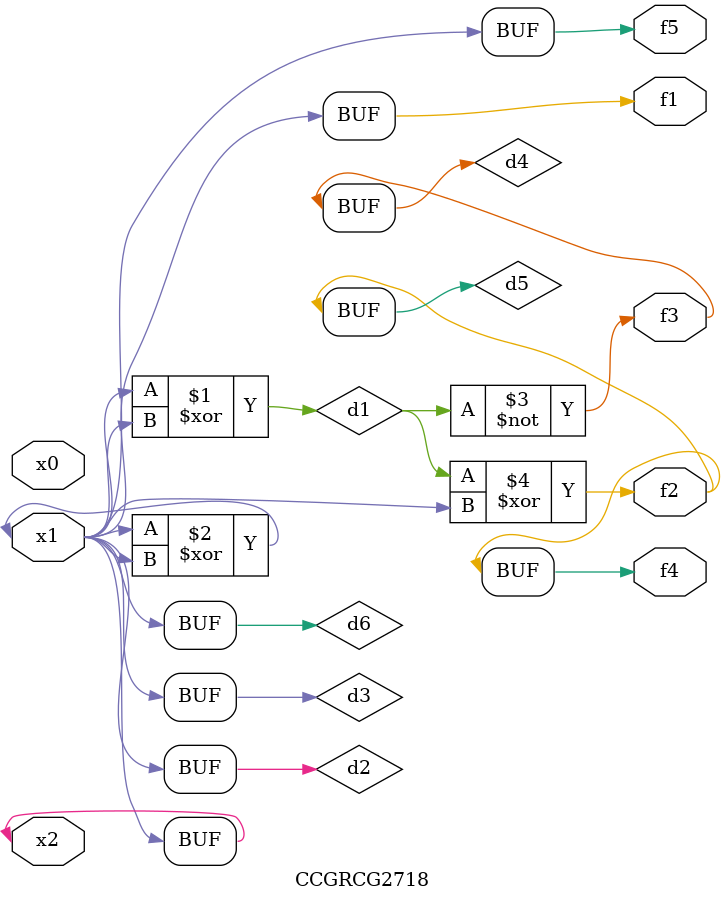
<source format=v>
module CCGRCG2718(
	input x0, x1, x2,
	output f1, f2, f3, f4, f5
);

	wire d1, d2, d3, d4, d5, d6;

	xor (d1, x1, x2);
	buf (d2, x1, x2);
	xor (d3, x1, x2);
	nor (d4, d1);
	xor (d5, d1, d2);
	buf (d6, d2, d3);
	assign f1 = d6;
	assign f2 = d5;
	assign f3 = d4;
	assign f4 = d5;
	assign f5 = d6;
endmodule

</source>
